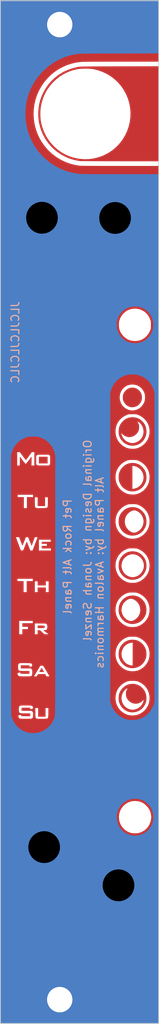
<source format=kicad_pcb>
(kicad_pcb (version 20240108) (generator "pcbnew") (generator_version "8.0")
  (layers (0 "F.Cu" signal) (31 "B.Cu" signal) (34 "B.Paste" user) (35 "F.Paste" user) (36 "B.SilkS" user "B.Silkscreen") (37 "F.SilkS" user "F.Silkscreen") (38 "B.Mask" user) (39 "F.Mask" user) (44 "Edge.Cuts" user))
  (net 0 "")
  (footprint "Panels_Graphics:PetRock_Panel_Soldermask_F" (layer "F.Cu") (at 76.2 101.55)
    (property "Reference" "G***" (hide yes))
    (property "Value" "LOGO" (hide yes))
  )
  (footprint "Panels:Panel Jack" (layer "F.Cu") (at 80.690861 64.643)
    (property "Reference" "REF**" (hide yes))
    (property "Value" "Panel Jack" (hide yes))
    (pad "" np_thru_hole circle (at 0 0) (size 4 4) (drill 6) (layers "Dwgs.User"))
  )
  (footprint "Panels:Panel Screw" (layer "F.Cu") (at 73.7 40.35)
    (property "Reference" "REF**" (hide yes))
    (property "Value" "Panel Screw" (hide yes))
    (pad "" thru_hole circle (at 0 0) (size 4 4) (drill 3.2) (layers "*.Cu" "*.Mask"))
  )
  (footprint "Panels_Graphics:PetRock_Panel_Copper_B" (layer "F.Cu") (at 76.2 101.55)
    (property "Reference" "G***" (hide yes))
    (property "Value" "LOGO" (hide yes))
    (fp_poly (pts (xy 10.005083 -60.935332) (xy 10.005083 -57.579939) (xy 4.994473 -57.569029) (xy 4.324219 -57.567601) (xy 3.715162 -57.566309) (xy 3.163951 -57.565056) (xy 2.667232 -57.563747) (xy 2.221654 -57.562285) (xy 1.823866 -57.560572) (xy 1.470516 -57.558514) (xy 1.158252 -57.556013) (xy 0.883722 -57.552973) (xy 0.643574 -57.549298) (xy 0.434457 -57.544891) (xy 0.253018 -57.539655) (xy 0.095907 -57.533495) (xy -0.040229 -57.526314) (xy -0.158742 -57.518015) (xy -0.262984 -57.508502) (xy -0.356305 -57.497679) (xy -0.442059 -57.485449) (xy -0.523596 -57.471715) (xy -0.604269 -57.456382) (xy -0.68743 -57.439353) (xy -0.776429 -57.420531) (xy -0.872675 -57.400226) (xy -1.516274 -57.233243) (xy -2.142322 -57.006388) (xy -2.74661 -56.722939) (xy -3.324933 -56.386179) (xy -3.873082 -55.999388) (xy -4.38685 -55.565846) (xy -4.862031 -55.088835) (xy -5.294417 -54.571636) (xy -5.679802 -54.01753) (xy -6.013976 -53.429796) (xy -6.046145 -53.36582) (xy -6.317828 -52.758961) (xy -6.529942 -52.149248) (xy -6.684891 -51.52711) (xy -6.785076 -50.882974) (xy -6.831957 -50.235197) (xy -6.82561 -49.538499) (xy -6.756555 -48.855219) (xy -6.624336 -48.182873) (xy -6.428493 -47.518971) (xy -6.243108 -47.033488) (xy -5.94972 -46.415258) (xy -5.603471 -45.831112) (xy -5.207862 -45.283679) (xy -4.766399 -44.775587) (xy -4.282583 -44.309463) (xy -3.759918 -43.887937) (xy -3.201908 -43.513636) (xy -2.612055 -43.189189) (xy -1.993864 -42.917223) (xy -1.350838 -42.700368) (xy -0.686479 -42.54125) (xy -0.143318 -42.45745) (xy -0.078231 -42.450715) (xy -0.001546 -42.444611) (xy 0.089917 -42.439107) (xy 0.199344 -42.434175) (xy 0.329915 -42.429784) (xy 0.484815 -42.425907) (xy 0.667226 -42.422512) (xy 0.880332 -42.419571) (xy 1.127314 -42.417055) (xy 1.411357 -42.414933) (xy 1.735643 -42.413177) (xy 2.103355 -42.411757) (xy 2.517676 -42.410644) (xy 2.981788 -42.409808) (xy 3.498876 -42.40922) (xy 4.072121 -42.408851) (xy 4.704708 -42.40867) (xy 5.13951 -42.408641) (xy 10.005083 -42.408641) (xy 10.005083 10.941042) (xy 10.005083 64.290724) (xy 0 64.290724) (xy -10.005082 64.290724) (xy -10.005082 38.39047) (xy 4.704922 38.39047) (xy 4.736639 38.770756) (xy 4.826869 39.130939) (xy 4.97141 39.466196) (xy 5.166063 39.771705) (xy 5.406626 40.042644) (xy 5.688897 40.274189) (xy 6.008677 40.461519) (xy 6.361763 40.599811) (xy 6.696951 40.677156) (xy 6.815147 40.68627) (xy 6.975772 40.685704) (xy 7.157653 40.676818) (xy 7.339623 40.660974) (xy 7.500509 40.639532) (xy 7.600635 40.619049) (xy 7.925809 40.503625) (xy 8.241923 40.333901) (xy 8.533517 40.119807) (xy 8.785129 39.871273) (xy 8.809234 39.842821) (xy 8.923705 39.682579) (xy 9.038963 39.482442) (xy 9.144123 39.264843) (xy 9.228301 39.052212) (xy 9.279058 38.874587) (xy 9.314695 38.616401) (xy 9.32394 38.331146) (xy 9.306791 38.050658) (xy 9.279058 37.874079) (xy 9.24297 37.743456) (xy 9.185687 37.582356) (xy 9.116921 37.416968) (xy 9.081609 37.34155) (xy 9.006596 37.196373) (xy 8.933907 37.077936) (xy 8.849851 36.967794) (xy 8.740736 36.847503) (xy 8.636218 36.741516) (xy 8.488368 36.599517) (xy 8.363957 36.493749) (xy 8.245156 36.410807) (xy 8.114139 36.337287) (xy 8.067709 36.314045) (xy 7.82625 36.205873) (xy 7.606699 36.133065) (xy 7.384695 36.090013) (xy 7.135877 36.071104) (xy 7.003558 36.068963) (xy 6.813401 36.071595) (xy 6.665324 36.08226) (xy 6.537077 36.103655) (xy 6.406414 36.138476) (xy 6.391157 36.143173) (xy 6.012846 36.291303) (xy 5.677601 36.486461) (xy 5.386849 36.727458) (xy 5.142014 37.013104) (xy 4.944521 37.342209) (xy 4.936932 37.357687) (xy 4.814518 37.652584) (xy 4.739788 37.944004) (xy 4.707307 38.25613) (xy 4.704922 38.39047) (xy -10.005082 38.39047) (xy -10.005082 0) (xy -10.005082 -7.05983) (xy -8.649555 -7.05983) (xy -8.649555 9.155308) (xy -8.649542 10.384457) (xy -8.6495 11.550717) (xy -8.649424 12.655749) (xy -8.649308 13.701211) (xy -8.649148 14.688764) (xy -8.648938 15.620068) (xy -8.648672 16.496784) (xy -8.648347 17.32057) (xy -8.647957 18.093087) (xy -8.647496 18.815995) (xy -8.646959 19.490954) (xy -8.646342 20.119623) (xy -8.645639 20.703664) (xy -8.644845 21.244735) (xy -8.643955 21.744497) (xy -8.642964 22.20461) (xy -8.641866 22.626734) (xy -8.640656 23.012529) (xy -8.639329 23.363654) (xy -8.637881 23.68177) (xy -8.636306 23.968536) (xy -8.634598 24.225613) (xy -8.632753 24.454661) (xy -8.630765 24.65734) (xy -8.62863 24.835309) (xy -8.626341 24.990228) (xy -8.623895 25.123759) (xy -8.621285 25.237559) (xy -8.618508 25.333291) (xy -8.615556 25.412612) (xy -8.612426 25.477185) (xy -8.609112 25.528667) (xy -8.60561 25.56872) (xy -8.601913 25.599004) (xy -8.598429 25.619213) (xy -8.48731 26.003096) (xy -8.318575 26.36782) (xy -8.098002 26.706371) (xy -7.831372 27.011734) (xy -7.524464 27.276896) (xy -7.183058 27.494841) (xy -6.967563 27.598537) (xy -6.598627 27.722877) (xy -6.204085 27.795895) (xy -5.799336 27.816124) (xy -5.399777 27.782094) (xy -5.276809 27.75977) (xy -4.878333 27.645401) (xy -4.504007 27.47423) (xy -4.159808 27.251187) (xy -3.851712 26.9812) (xy -3.585697 26.669195) (xy -3.367739 26.320102) (xy -3.265045 26.101003) (xy -3.25014 26.067216) (xy -3.235994 26.038414) (xy -3.222587 26.01292) (xy -3.2099 25.989056) (xy -3.197911 25.965145) (xy -3.186603 25.939508) (xy -3.175954 25.910469) (xy -3.165946 25.876349) (xy -3.156559 25.835471) (xy -3.147773 25.786158) (xy -3.139568 25.72673) (xy -3.131925 25.655512) (xy -3.124823 25.570825) (xy -3.118244 25.470992) (xy -3.112167 25.354334) (xy -3.106573 25.219175) (xy -3.101442 25.063836) (xy -3.096755 24.886641) (xy -3.092491 24.68591) (xy -3.088632 24.459968) (xy -3.085157 24.207135) (xy -3.082046 23.925735) (xy -3.07928 23.614089) (xy -3.07684 23.27052) (xy -3.074705 22.893351) (xy -3.072855 22.480904) (xy -3.071272 22.0315) (xy -3.069936 21.543463) (xy -3.068826 21.015115) (xy -3.067923 20.444778) (xy -3.067208 19.830774) (xy -3.06666 19.171426) (xy -3.06626 18.465057) (xy -3.065988 17.709987) (xy -3.065825 16.904541) (xy -3.065751 16.047039) (xy -3.065746 15.135806) (xy -3.06579 14.169162) (xy -3.065864 13.14543) (xy -3.065948 12.062933) (xy -3.066023 10.919993) (xy -3.066068 9.714932) (xy -3.066074 9.155308) (xy -3.066074 -7.05983) (xy -3.144573 -7.369284) (xy -3.277415 -7.765211) (xy -3.465383 -8.132048) (xy -3.703785 -8.464971) (xy -3.987933 -8.759153) (xy -4.313137 -9.009771) (xy -4.674707 -9.211999) (xy -5.067953 -9.361012) (xy -5.085429 -9.366131) (xy -5.195785 -9.395514) (xy -5.300345 -9.416101) (xy -5.414523 -9.42937) (xy -5.553731 -9.436801) (xy -5.733383 -9.439873) (xy -5.857814 -9.44024) (xy -6.066947 -9.438968) (xy -6.226977 -9.434168) (xy -6.353317 -9.424361) (xy -6.461382 -9.408066) (xy -6.566585 -9.383807) (xy -6.6302 -9.366131) (xy -7.024698 -9.219505) (xy -7.387721 -9.019457) (xy -7.714578 -8.770812) (xy -8.00058 -8.478396) (xy -8.241037 -8.147034) (xy -8.431261 -7.78155) (xy -8.56656 -7.38677) (xy -8.571056 -7.369284) (xy -8.649555 -7.05983) (xy -10.005082 -7.05983) (xy -10.005082 -14.959212) (xy 3.889073 -14.959212) (xy 3.889073 4.453875) (xy 3.889073 23.866963) (xy 3.978122 24.150868) (xy 4.13851 24.562704) (xy 4.347278 24.934385) (xy 4.60139 25.263162) (xy 4.897809 25.546284) (xy 5.233497 25.780999) (xy 5.605419 25.964557) (xy 6.010536 26.094209) (xy 6.15908 26.126242) (xy 6.383368 26.153888) (xy 6.644275 26.162313) (xy 6.917079 26.152391) (xy 7.177059 26.124999) (xy 7.393866 26.082496) (xy 7.80061 25.944461) (xy 8.171643 25.75353) (xy 8.504394 25.512199) (xy 8.796292 25.222963) (xy 9.044767 24.888319) (xy 9.247247 24.510761) (xy 9.383505 24.150868) (xy 9.472554 23.866963) (xy 9.472554 4.453875) (xy 9.472554 -14.959212) (xy 9.381898 -15.249683) (xy 9.221963 -15.66073) (xy 9.012411 -16.031672) (xy 8.755735 -16.360088) (xy 8.454432 -16.64356) (xy 8.110995 -16.879667) (xy 7.727919 -17.06599) (xy 7.393866 -17.177779) (xy 7.191264 -17.217663) (xy 6.946937 -17.241615) (xy 6.681714 -17.249634) (xy 6.416421 -17.241722) (xy 6.171885 -17.217876) (xy 5.968934 -17.178099) (xy 5.967761 -17.177779) (xy 5.554709 -17.033114) (xy 5.179295 -16.836725) (xy 4.844015 -16.591033) (xy 4.551364 -16.298456) (xy 4.303835 -15.961415) (xy 4.103924 -15.582327) (xy 3.979728 -15.249683) (xy 3.889073 -14.959212) (xy -10.005082 -14.959212) (xy -10.005082 -23.594182) (xy 4.694018 -23.594182) (xy 4.696716 -23.310563) (xy 4.727264 -23.041408) (xy 4.772167 -22.851455) (xy 4.919627 -22.477408) (xy 5.114944 -22.143308) (xy 5.354852 -21.852345) (xy 5.636089 -21.607709) (xy 5.955391 -21.412591) (xy 6.309496 -21.270179) (xy 6.422618 -21.238058) (xy 6.698026 -21.189302) (xy 7.001314 -21.173202) (xy 7.304665 -21.189789) (xy 7.571267 -21.236783) (xy 7.936531 -21.361401) (xy 8.268509 -21.539854) (xy 8.56362 -21.768668) (xy 8.818283 -22.04437) (xy 9.028915 -22.363488) (xy 9.191937 -22.722547) (xy 9.235019 -22.850318) (xy 9.288083 -23.091814) (xy 9.313132 -23.367173) (xy 9.310165 -23.652104) (xy 9.279183 -23.922319) (xy 9.235019 -24.109022) (xy 9.089204 -24.479092) (xy 8.895482 -24.810015) (xy 8.658277 -25.098465) (xy 8.382016 -25.341113) (xy 8.071121 -25.534631) (xy 7.730018 -25.675692) (xy 7.363132 -25.760968) (xy 7.003558 -25.787294) (xy 6.614263 -25.756961) (xy 6.248039 -25.66799) (xy 5.908929 -25.523424) (xy 5.600976 -25.326306) (xy 5.328223 -25.079679) (xy 5.094713 -24.786586) (xy 4.904489 -24.450069) (xy 4.772167 -24.107884) (xy 4.719168 -23.868033) (xy 4.694018 -23.594182) (xy -10.005082 -23.594182) (xy -10.005082 -64.290724) (xy 0 -64.290724) (xy 10.005083 -64.290724)) (fill solid) (layer "B.Cu"))
  )
  (footprint "Panels:Panel Jack" (layer "F.Cu") (at 71.453769 64.6176)
    (property "Reference" "REF**" (hide yes))
    (property "Value" "Panel Jack" (hide yes))
    (pad "" np_thru_hole circle (at 0 0) (size 4 4) (drill 6) (layers "Dwgs.User"))
  )
  (footprint "Panels_Graphics:PetRock_Panel_Copper_F" (layer "F.Cu") (at 76.2 101.55)
    (property "Reference" "G***" (hide yes))
    (property "Value" "LOGO" (hide yes))
    (fp_poly (pts (xy -4.034307 -6.487167) (xy -4.034307 -6.067599) (xy -4.582973 -6.067599) (xy -5.131639 -6.067599) (xy -5.131639 -6.487167) (xy -5.131639 -6.906735) (xy -4.582973 -6.906735) (xy -4.034307 -6.906735)) (fill solid) (layer "F.Cu"))
    (fp_poly (pts (xy -4.754147 19.663189) (xy -4.704478 19.736131) (xy -4.634258 19.861755) (xy -4.601361 19.92141) (xy -4.480594 20.139263) (xy -4.787229 20.139263) (xy -5.093864 20.139263) (xy -4.945009 19.866844) (xy -4.878695 19.744756) (xy -4.83137 19.669071) (xy -4.793149 19.641359)) (fill solid) (layer "F.Cu"))
    (fp_poly (pts (xy -4.691516 14.299344) (xy -4.55827 14.306671) (xy -4.470795 14.322649) (xy -4.419726 14.350357) (xy -4.3957 14.392877) (xy -4.389351 14.453288) (xy -4.389326 14.458958) (xy -4.394671 14.520926) (xy -4.416947 14.564757) (xy -4.465519 14.593531) (xy -4.549753 14.61033) (xy -4.679013 14.618233) (xy -4.862663 14.620322) (xy -4.879898 14.62033) (xy -5.293011 14.62033) (xy -5.293011 14.458958) (xy -5.293011 14.297586) (xy -4.879898 14.297586)) (fill solid) (layer "F.Cu"))
    (fp_poly (pts (xy 6.872164 -15.585058) (xy 7.131007 -15.513526) (xy 7.214845 -15.476282) (xy 7.38217 -15.368511) (xy 7.546677 -15.217488) (xy 7.690494 -15.042728) (xy 7.795748 -14.863747) (xy 7.812964 -14.823162) (xy 7.866891 -14.621685) (xy 7.889111 -14.393205) (xy 7.879001 -14.164663) (xy 7.835938 -13.962999) (xy 7.833029 -13.954451) (xy 7.734331 -13.744483) (xy 7.593878 -13.544147) (xy 7.43056 -13.380134) (xy 7.421301 -13.372706) (xy 7.218455 -13.247759) (xy 6.984991 -13.162484) (xy 6.740001 -13.121127) (xy 6.502579 -13.127934) (xy 6.40648 -13.147008) (xy 6.13655 -13.248282) (xy 5.905 -13.401185) (xy 5.714025 -13.603895) (xy 5.572973 -13.839266) (xy 5.523549 -13.949961) (xy 5.493114 -14.042299) (xy 5.477162 -14.13927) (xy 5.471189 -14.26386) (xy 5.470521 -14.362135) (xy 5.472707 -14.515064) (xy 5.482188 -14.626296) (xy 5.503354 -14.718617) (xy 5.540593 -14.814813) (xy 5.569985 -14.878619) (xy 5.715293 -15.116345) (xy 5.900452 -15.310132) (xy 6.117089 -15.456938) (xy 6.356834 -15.553722) (xy 6.611316 -15.597443)) (fill solid) (layer "F.Cu"))
    (fp_poly (pts (xy 7.027302 -6.105955) (xy 7.327004 -6.025411) (xy 7.603131 -5.887566) (xy 7.862759 -5.689469) (xy 7.944218 -5.612169) (xy 8.159947 -5.355157) (xy 8.317238 -5.071169) (xy 8.416406 -4.759429) (xy 8.457764 -4.419158) (xy 8.459136 -4.340915) (xy 8.448514 -4.101676) (xy 8.412201 -3.893263) (xy 8.343527 -3.686248) (xy 8.276269 -3.534054) (xy 8.107927 -3.251617) (xy 7.894432 -3.011485) (xy 7.642236 -2.817193) (xy 7.357792 -2.672273) (xy 7.047554 -2.580259) (xy 6.717976 -2.544685) (xy 6.487167 -2.554427) (xy 6.180295 -2.61738) (xy 5.889059 -2.738306) (xy 5.622139 -2.911005) (xy 5.388218 -3.129276) (xy 5.195977 -3.386919) (xy 5.115531 -3.534054) (xy 5.023386 -3.749581) (xy 4.966825 -3.952036) (xy 4.93964 -4.169196) (xy 4.93548 -4.317459) (xy 6.680813 -4.317459) (xy 6.680813 -2.868472) (xy 6.834117 -2.890355) (xy 6.959965 -2.91511) (xy 7.099758 -2.952211) (xy 7.15421 -2.969644) (xy 7.406649 -3.089332) (xy 7.627855 -3.258995) (xy 7.812405 -3.469441) (xy 7.954874 -3.711479) (xy 8.049838 -3.975918) (xy 8.091872 -4.253568) (xy 8.076137 -4.531739) (xy 7.998108 -4.822853) (xy 7.868689 -5.085557) (xy 7.694154 -5.313507) (xy 7.480778 -5.500359) (xy 7.234835 -5.639768) (xy 6.962601 -5.725389) (xy 6.882287 -5.738892) (xy 6.680813 -5.766445) (xy 6.680813 -4.317459) (xy 4.93548 -4.317459) (xy 4.934765 -4.342943) (xy 4.963713 -4.689117) (xy 5.050683 -5.007091) (xy 5.195868 -5.297337) (xy 5.39946 -5.560328) (xy 5.449683 -5.612169) (xy 5.705496 -5.830345) (xy 5.975524 -5.987318) (xy 6.266842 -6.086037) (xy 6.586526 -6.129453) (xy 6.696951 -6.132148)) (fill solid) (layer "F.Cu"))
    (fp_poly (pts (xy 7.027302 16.098873) (xy 7.327004 16.179418) (xy 7.603131 16.317263) (xy 7.862759 16.515359) (xy 7.944218 16.59266) (xy 8.160106 16.849984) (xy 8.317548 17.134464) (xy 8.416735 17.446572) (xy 8.457859 17.786782) (xy 8.459136 17.861886) (xy 8.448668 18.10553) (xy 8.413125 18.315221) (xy 8.346301 18.518734) (xy 8.278371 18.670775) (xy 8.106051 18.955973) (xy 7.889423 19.197607) (xy 7.63471 19.392272) (xy 7.348137 19.536563) (xy 7.03593 19.627075) (xy 6.704314 19.660405) (xy 6.487167 19.650402) (xy 6.180782 19.587533) (xy 5.889849 19.466879) (xy 5.623372 19.294882) (xy 5.390357 19.077985) (xy 5.199811 18.822628) (xy 5.117632 18.670775) (xy 5.023608 18.448285) (xy 4.966403 18.244067) (xy 4.939347 18.028695) (xy 4.936954 17.942623) (xy 5.300661 17.942623) (xy 5.34307 18.217029) (xy 5.437492 18.482056) (xy 5.578274 18.726726) (xy 5.759767 18.940063) (xy 5.976319 19.111093) (xy 6.090637 19.17473) (xy 6.220753 19.227441) (xy 6.377635 19.27605) (xy 6.532782 19.312754) (xy 6.656607 19.329696) (xy 6.670025 19.327144) (xy 6.681138 19.314406) (xy 6.690164 19.28597) (xy 6.697318 19.23632) (xy 6.702815 19.159942) (xy 6.706871 19.051322) (xy 6.709702 18.904943) (xy 6.711523 18.715293) (xy 6.712551 18.476856) (xy 6.713 18.184118) (xy 6.713088 17.885392) (xy 6.713088 16.438383) (xy 6.511614 16.465936) (xy 6.233773 16.535263) (xy 5.979927 16.660265) (xy 5.756455 16.834523) (xy 5.569734 17.051615) (xy 5.426143 17.305119) (xy 5.33206 17.588614) (xy 5.315913 17.669813) (xy 5.300661 17.942623) (xy 4.936954 17.942623) (xy 4.934765 17.863913) (xy 4.96353 17.517305) (xy 5.050036 17.199395) (xy 5.194598 16.909408) (xy 5.397528 16.646567) (xy 5.449683 16.59266) (xy 5.705496 16.374484) (xy 5.975524 16.217511) (xy 6.266842 16.118791) (xy 6.586526 16.075376) (xy 6.696951 16.072681)) (fill solid) (layer "F.Cu"))
    (fp_poly (pts (xy 7.027302 -0.554748) (xy 7.327004 -0.474204) (xy 7.603131 -0.336358) (xy 7.862759 -0.138262) (xy 7.944218 -0.060962) (xy 8.159947 0.19605) (xy 8.317238 0.480038) (xy 8.416406 0.791778) (xy 8.457764 1.132049) (xy 8.459136 1.210292) (xy 8.448514 1.449531) (xy 8.412201 1.657944) (xy 8.343527 1.864959) (xy 8.276269 2.017154) (xy 8.107927 2.299591) (xy 7.894432 2.539722) (xy 7.642236 2.734014) (xy 7.357792 2.878934) (xy 7.047554 2.970948) (xy 6.717976 3.006522) (xy 6.487167 2.99678) (xy 6.180295 2.933827) (xy 5.889059 2.812901) (xy 5.622139 2.640202) (xy 5.388218 2.421931) (xy 5.195977 2.164288) (xy 5.115531 2.017154) (xy 5.023386 1.801626) (xy 4.966825 1.599171) (xy 4.93964 1.382011) (xy 4.937019 1.288584) (xy 5.719755 1.288584) (xy 5.754884 1.55549) (xy 5.840142 1.813806) (xy 5.976075 2.055881) (xy 6.163229 2.274064) (xy 6.35324 2.428365) (xy 6.564071 2.552406) (xy 6.759094 2.619188) (xy 6.949681 2.629999) (xy 7.147203 2.586126) (xy 7.276194 2.532949) (xy 7.518044 2.384472) (xy 7.724445 2.189608) (xy 7.890143 1.958297) (xy 8.009883 1.700481) (xy 8.078412 1.426101) (xy 8.090475 1.145098) (xy 8.076137 1.019468) (xy 7.997244 0.725844) (xy 7.865324 0.459353) (xy 7.686093 0.227752) (xy 7.465266 0.038798) (xy 7.271897 -0.072092) (xy 7.083467 -0.1459) (xy 6.918918 -0.173108) (xy 6.757257 -0.153508) (xy 6.577489 -0.086893) (xy 6.531117 -0.064773) (xy 6.276937 0.092997) (xy 6.069609 0.288085) (xy 5.909682 0.512839) (xy 5.7977 0.759607) (xy 5.734209 1.020739) (xy 5.719755 1.288584) (xy 4.937019 1.288584) (xy 4.934765 1.208264) (xy 4.963713 0.86209) (xy 5.050683 0.544116) (xy 5.195868 0.25387) (xy 5.39946 -0.009121) (xy 5.449683 -0.060962) (xy 5.705496 -0.279138) (xy 5.975524 -0.436111) (xy 6.266842 -0.53483) (xy 6.586526 -0.578246) (xy 6.696951 -0.580941)) (fill solid) (layer "F.Cu"))
    (fp_poly (pts (xy 7.027302 4.996459) (xy 7.327004 5.077003) (xy 7.603131 5.214849) (xy 7.862759 5.412945) (xy 7.944218 5.490245) (xy 8.160106 5.747569) (xy 8.317548 6.03205) (xy 8.416735 6.344158) (xy 8.457859 6.684367) (xy 8.459136 6.759472) (xy 8.448668 7.003116) (xy 8.413125 7.212806) (xy 8.346301 7.41632) (xy 8.278371 7.568361) (xy 8.106051 7.853559) (xy 7.889423 8.095193) (xy 7.63471 8.289858) (xy 7.348137 8.434149) (xy 7.03593 8.524661) (xy 6.704314 8.557991) (xy 6.487167 8.547988) (xy 6.180782 8.485118) (xy 5.889849 8.364465) (xy 5.623372 8.192468) (xy 5.390357 7.97557) (xy 5.199811 7.720214) (xy 5.117632 7.568361) (xy 5.023608 7.34587) (xy 4.966403 7.141653) (xy 4.939347 6.92628) (xy 4.935893 6.80205) (xy 5.299856 6.80205) (xy 5.319424 7.00828) (xy 5.399679 7.297998) (xy 5.532863 7.560011) (xy 5.712606 7.787516) (xy 5.932535 7.973714) (xy 6.186281 8.111802) (xy 6.422618 8.186016) (xy 6.573766 8.21491) (xy 6.69484 8.22516) (xy 6.817408 8.217279) (xy 6.957287 8.194702) (xy 7.236368 8.112227) (xy 7.486851 7.977395) (xy 7.703703 7.79786) (xy 7.881892 7.581276) (xy 8.016383 7.335298) (xy 8.102144 7.06758) (xy 8.134142 6.785776) (xy 8.107344 6.49754) (xy 8.098936 6.458499) (xy 8.004846 6.187455) (xy 7.857556 5.940558) (xy 7.665576 5.725835) (xy 7.437417 5.551316) (xy 7.18159 5.425028) (xy 6.933378 5.359025) (xy 6.649651 5.343748) (xy 6.377504 5.386655) (xy 6.122926 5.481628) (xy 5.891908 5.622544) (xy 5.690439 5.803283) (xy 5.524509 6.017724) (xy 5.400109 6.259746) (xy 5.323228 6.523228) (xy 5.299856 6.80205) (xy 4.935893 6.80205) (xy 4.934765 6.761499) (xy 4.96353 6.41489) (xy 5.050036 6.096981) (xy 5.194598 5.806993) (xy 5.397528 5.544152) (xy 5.449683 5.490245) (xy 5.705496 5.272069) (xy 5.975524 5.115097) (xy 6.266842 5.016377) (xy 6.586526 4.972961) (xy 6.696951 4.970267)) (fill solid) (layer "F.Cu"))
    (fp_poly (pts (xy 7.027302 10.547666) (xy 7.327004 10.62821) (xy 7.603131 10.766056) (xy 7.862759 10.964152) (xy 7.944218 11.041453) (xy 8.160106 11.298777) (xy 8.317548 11.583257) (xy 8.416735 11.895365) (xy 8.457859 12.235575) (xy 8.459136 12.310679) (xy 8.448668 12.554323) (xy 8.413125 12.764013) (xy 8.346301 12.967527) (xy 8.278371 13.119568) (xy 8.106051 13.404766) (xy 7.889423 13.6464) (xy 7.63471 13.841065) (xy 7.348137 13.985356) (xy 7.03593 14.075868) (xy 6.704314 14.109198) (xy 6.487167 14.099195) (xy 6.180782 14.036326) (xy 5.889849 13.915672) (xy 5.623372 13.743675) (xy 5.390357 13.526778) (xy 5.199811 13.271421) (xy 5.117632 13.119568) (xy 5.023608 12.897078) (xy 4.966403 12.69286) (xy 4.939347 12.477488) (xy 4.937939 12.426856) (xy 5.303248 12.426856) (xy 5.318807 12.555891) (xy 5.399599 12.848341) (xy 5.533847 13.113533) (xy 5.715549 13.34409) (xy 5.938709 13.532632) (xy 6.197325 13.671784) (xy 6.239584 13.68823) (xy 6.424886 13.733493) (xy 6.606545 13.725907) (xy 6.800427 13.664174) (xy 6.857845 13.637607) (xy 7.05801 13.513756) (xy 7.251184 13.347954) (xy 7.414871 13.160909) (xy 7.47824 13.066538) (xy 7.602054 12.800726) (xy 7.666761 12.523765) (xy 7.674841 12.243831) (xy 7.628775 11.969101) (xy 7.531044 11.707753) (xy 7.384127 11.467965) (xy 7.190506 11.257912) (xy 6.952661 11.085772) (xy 6.862784 11.037641) (xy 6.67584 10.960124) (xy 6.511858 10.92967) (xy 6.349843 10.946072) (xy 6.168801 11.009123) (xy 6.122004 11.030323) (xy 5.875576 11.179682) (xy 5.66655 11.374909) (xy 5.499864 11.606622) (xy 5.380459 11.865438) (xy 5.313274 12.141977) (xy 5.303248 12.426856) (xy 4.937939 12.426856) (xy 4.934765 12.312706) (xy 4.96353 11.966097) (xy 5.050036 11.648188) (xy 5.194598 11.358201) (xy 5.397528 11.09536) (xy 5.449683 11.041453) (xy 5.705496 10.823277) (xy 5.975524 10.666304) (xy 6.266842 10.567584) (xy 6.586526 10.524169) (xy 6.696951 10.521474)) (fill solid) (layer "F.Cu"))
    (fp_poly (pts (xy 7.027302 -11.850809) (xy 7.327004 -11.770265) (xy 7.603131 -11.632419) (xy 7.862759 -11.434323) (xy 7.944218 -11.357023) (xy 8.159947 -11.100011) (xy 8.317238 -10.816023) (xy 8.416406 -10.504282) (xy 8.457764 -10.164012) (xy 8.459136 -10.085769) (xy 8.448514 -9.84653) (xy 8.412201 -9.638117) (xy 8.343527 -9.431102) (xy 8.276269 -9.278907) (xy 8.107927 -8.99647) (xy 7.894432 -8.756339) (xy 7.642236 -8.562047) (xy 7.357792 -8.417127) (xy 7.047554 -8.325113) (xy 6.717976 -8.289539) (xy 6.487167 -8.299281) (xy 6.180295 -8.362234) (xy 5.889059 -8.48316) (xy 5.622139 -8.655859) (xy 5.388218 -8.87413) (xy 5.195977 -9.131773) (xy 5.115531 -9.278907) (xy 5.023386 -9.494435) (xy 4.966825 -9.69689) (xy 4.943558 -9.882749) (xy 5.262949 -9.882749) (xy 5.32132 -9.672243) (xy 5.429567 -9.398535) (xy 5.590293 -9.15532) (xy 5.795843 -8.949838) (xy 6.03856 -8.789329) (xy 6.31079 -8.681033) (xy 6.390343 -8.661252) (xy 6.541491 -8.632358) (xy 6.662566 -8.622108) (xy 6.785133 -8.629989) (xy 6.925013 -8.652566) (xy 7.205742 -8.735867) (xy 7.45955 -8.873648) (xy 7.679839 -9.059125) (xy 7.860009 -9.28551) (xy 7.993462 -9.546019) (xy 8.07357 -9.833696) (xy 8.090525 -10.115076) (xy 8.050077 -10.401657) (xy 7.956065 -10.67825) (xy 7.812331 -10.929665) (xy 7.788214 -10.962311) (xy 7.722912 -11.036493) (xy 7.635154 -11.121678) (xy 7.539497 -11.2055) (xy 7.450498 -11.275591) (xy 7.382713 -11.319585) (xy 7.357374 -11.328336) (xy 7.356605 -11.301777) (xy 7.379728 -11.231501) (xy 7.421934 -11.131605) (xy 7.431693 -11.110483) (xy 7.483998 -10.990699) (xy 7.514499 -10.891241) (xy 7.528635 -10.785341) (xy 7.531847 -10.64623) (xy 7.531704 -10.618298) (xy 7.512798 -10.366006) (xy 7.455509 -10.15219) (xy 7.352951 -9.958981) (xy 7.208268 -9.779276) (xy 6.994263 -9.591698) (xy 6.757358 -9.461215) (xy 6.505104 -9.388005) (xy 6.24505 -9.372248) (xy 5.984747 -9.414121) (xy 5.731745 -9.513805) (xy 5.493594 -9.671479) (xy 5.41893 -9.736847) (xy 5.262949 -9.882749) (xy 4.943558 -9.882749) (xy 4.93964 -9.91405) (xy 4.934765 -10.087797) (xy 4.963713 -10.433971) (xy 5.050683 -10.751945) (xy 5.195868 -11.042191) (xy 5.39946 -11.305182) (xy 5.449683 -11.357023) (xy 5.705496 -11.575199) (xy 5.975524 -11.732172) (xy 6.266842 -11.830891) (xy 6.586526 -11.874307) (xy 6.696951 -11.877002)) (fill solid) (layer "F.Cu"))
    (fp_poly (pts (xy 7.027302 21.650081) (xy 7.327004 21.730625) (xy 7.603131 21.86847) (xy 7.862759 22.066566) (xy 7.944218 22.143867) (xy 8.160106 22.401191) (xy 8.317548 22.685671) (xy 8.416735 22.99778) (xy 8.457859 23.337989) (xy 8.459136 23.413093) (xy 8.448668 23.656737) (xy 8.413125 23.866428) (xy 8.346301 24.069941) (xy 8.278371 24.221982) (xy 8.106051 24.507181) (xy 7.889423 24.748814) (xy 7.63471 24.943479) (xy 7.348137 25.08777) (xy 7.03593 25.178283) (xy 6.704314 25.211613) (xy 6.487167 25.201609) (xy 6.180782 25.13874) (xy 5.889849 25.018086) (xy 5.623372 24.846089) (xy 5.390357 24.629192) (xy 5.199811 24.373835) (xy 5.117632 24.221982) (xy 5.023608 23.999492) (xy 4.966403 23.795274) (xy 4.939347 23.579902) (xy 4.934765 23.41512) (xy 4.940203 23.349599) (xy 5.30406 23.349599) (xy 5.31491 23.633611) (xy 5.319424 23.661901) (xy 5.399679 23.951619) (xy 5.532863 24.213632) (xy 5.712606 24.441137) (xy 5.932535 24.627335) (xy 6.186281 24.765423) (xy 6.422618 24.839637) (xy 6.573766 24.868531) (xy 6.69484 24.878782) (xy 6.817408 24.8709) (xy 6.957287 24.848324) (xy 7.239872 24.764622) (xy 7.49625 24.626178) (xy 7.718813 24.439949) (xy 7.899955 24.21289) (xy 8.032067 23.951956) (xy 8.072581 23.828646) (xy 8.130952 23.61814) (xy 7.974972 23.764042) (xy 7.743438 23.941055) (xy 7.494541 24.060019) (xy 7.235829 24.121113) (xy 6.974854 24.124516) (xy 6.719165 24.070407) (xy 6.476314 23.958966) (xy 6.253849 23.79037) (xy 6.185633 23.721614) (xy 6.03398 23.53146) (xy 5.934105 23.337579) (xy 5.879119 23.122102) (xy 5.862197 22.882592) (xy 5.864131 22.735449) (xy 5.876095 22.625923) (xy 5.903528 22.527245) (xy 5.95187 22.412647) (xy 5.962208 22.390406) (xy 6.00749 22.286484) (xy 6.034601 22.209508) (xy 6.038731 22.173577) (xy 6.036527 22.172554) (xy 5.989693 22.193638) (xy 5.912431 22.248648) (xy 5.819297 22.325215) (xy 5.724849 22.410974) (xy 5.643642 22.493557) (xy 5.605687 22.538578) (xy 5.453017 22.78808) (xy 5.351285 23.063088) (xy 5.30406 23.349599) (xy 4.940203 23.349599) (xy 4.96353 23.068512) (xy 5.050036 22.750602) (xy 5.194598 22.460615) (xy 5.397528 22.197774) (xy 5.449683 22.143867) (xy 5.705496 21.925691) (xy 5.975524 21.768718) (xy 6.266842 21.669998) (xy 6.586526 21.626583) (xy 6.696951 21.623888)) (fill solid) (layer "F.Cu"))
    (fp_poly (pts (xy 10.005083 -49.994304) (xy 10.005083 -44.022364) (xy 5.123571 -44.026456) (xy 4.563678 -44.027101) (xy 4.019201 -44.028071) (xy 3.493855 -44.029344) (xy 2.991358 -44.030896) (xy 2.515424 -44.032705) (xy 2.069771 -44.034749) (xy 1.658114 -44.037004) (xy 1.28417 -44.039449) (xy 0.951654 -44.042059) (xy 0.664283 -44.044814) (xy 0.425774 -44.04769) (xy 0.239842 -44.050664) (xy 0.110203 -44.053713) (xy 0.040574 -44.056816) (xy 0.033642 -44.057508) (xy -0.584821 -44.169172) (xy -1.181501 -44.340526) (xy -1.753095 -44.569917) (xy -2.296299 -44.855691) (xy -2.80781 -45.196194) (xy -3.284325 -45.589773) (xy -3.555243 -45.854009) (xy -3.959487 -46.319071) (xy -4.309969 -46.817286) (xy -4.605471 -47.344315) (xy -4.844774 -47.89582) (xy -5.02666 -48.467462) (xy -5.149913 -49.054902) (xy -5.213313 -49.653801) (xy -5.214334 -49.919356) (xy -4.948682 -49.919356) (xy -4.937099 -49.559494) (xy -4.908085 -49.224061) (xy -4.877787 -49.017492) (xy -4.741634 -48.433981) (xy -4.546653 -47.870863) (xy -4.295962 -47.332715) (xy -3.992681 -46.824117) (xy -3.639927 -46.349647) (xy -3.240819 -45.913884) (xy -2.798475 -45.521407) (xy -2.316013 -45.176795) (xy -2.222393 -45.118522) (xy -1.700693 -44.837386) (xy -1.153962 -44.612091) (xy -0.588814 -44.44414) (xy -0.011859 -44.335033) (xy 0.57029 -44.286274) (xy 1.151021 -44.299362) (xy 1.316456 -44.314748) (xy 1.921981 -44.411969) (xy 2.50495 -44.567965) (xy 3.062002 -44.780723) (xy 3.589777 -45.048233) (xy 4.084916 -45.368481) (xy 4.544059 -45.739457) (xy 4.963845 -46.15915) (xy 5.340915 -46.625546) (xy 5.459226 -46.79505) (xy 5.770795 -47.314853) (xy 6.023497 -47.856232) (xy 6.21702 -48.414742) (xy 6.351054 -48.985936) (xy 6.425287 -49.565369) (xy 6.439409 -50.148593) (xy 6.393109 -50.731164) (xy 6.286077 -51.308634) (xy 6.118001 -51.876558) (xy 5.888571 -52.43049) (xy 5.857591 -52.494409) (xy 5.56097 -53.025902) (xy 5.215977 -53.515804) (xy 4.82518 -53.96217) (xy 4.391144 -54.363058) (xy 3.916435 -54.716524) (xy 3.40362 -55.020623) (xy 2.855265 -55.273414) (xy 2.273937 -55.472951) (xy 1.758958 -55.598602) (xy 1.583816 -55.624436) (xy 1.359465 -55.643445) (xy 1.100883 -55.65563) (xy 0.823048 -55.66099) (xy 0.540939 -55.659525) (xy 0.269532 -55.651236) (xy 0.023806 -55.636123) (xy -0.18126 -55.614185) (xy -0.274333 -55.598602) (xy -0.884251 -55.446229) (xy -1.45702 -55.24136) (xy -1.994137 -54.983203) (xy -2.497101 -54.670963) (xy -2.967409 -54.303848) (xy -3.292736 -53.998969) (xy -3.700042 -53.54709) (xy -4.048472 -53.071665) (xy -4.339865 -52.569132) (xy -4.576065 -52.035926) (xy -4.758911 -51.468483) (xy -4.878745 -50.929098) (xy -4.919516 -50.6258) (xy -4.942825 -50.282006) (xy -4.948682 -49.919356) (xy -5.214334 -49.919356) (xy -5.215643 -50.259821) (xy -5.155686 -50.868622) (xy -5.078804 -51.281579) (xy -4.998434 -51.606731) (xy -4.90555 -51.906381) (xy -4.79189 -52.203693) (xy -4.649191 -52.521834) (xy -4.600116 -52.623507) (xy -4.301384 -53.162438) (xy -3.953363 -53.661144) (xy -3.558838 -54.117539) (xy -3.120596 -54.529538) (xy -2.641423 -54.895056) (xy -2.124105 -55.212008) (xy -1.571429 -55.478308) (xy -0.98618 -55.691871) (xy -0.371145 -55.850612) (xy -0.258196 -55.873069) (xy -0.208018 -55.882485) (xy -0.159202 -55.891032) (xy -0.108511 -55.898758) (xy -0.052706 -55.905713) (xy 0.011451 -55.911948) (xy 0.087196 -55.917512) (xy 0.177768 -55.922455) (xy 0.286403 -55.926827) (xy 0.41634 -55.930677) (xy 0.570817 -55.934056) (xy 0.753071 -55.937014) (xy 0.966339 -55.939599) (xy 1.21386 -55.941863) (xy 1.49887 -55.943854) (xy 1.824608 -55.945623) (xy 2.194311 -55.947219) (xy 2.611217 -55.948693) (xy 3.078564 -55.950094) (xy 3.599588 -55.951472) (xy 4.177528 -55.952877) (xy 4.815622 -55.954359) (xy 5.059022 -55.954917) (xy 10.005083 -55.966244)) (fill solid) (layer "F.Cu"))
    (fp_poly (pts (xy 10.005083 -60.417789) (xy 10.005083 -56.544854) (xy 5.30108 -56.544521) (xy 4.601655 -56.544231) (xy 3.946719 -56.543469) (xy 3.338041 -56.542248) (xy 2.77739 -56.540579) (xy 2.266537 -56.538475) (xy 1.807249 -56.535946) (xy 1.401297 -56.533004) (xy 1.05045 -56.529662) (xy 0.756476 -56.525931) (xy 0.521145 -56.521822) (xy 0.346227 -56.517347) (xy 0.23349 -56.512519) (xy 0.209784 -56.510811) (xy -0.422385 -56.4278) (xy -1.026368 -56.28914) (xy -1.610192 -56.092617) (xy -2.113977 -55.869897) (xy -2.569138 -55.628788) (xy -2.976277 -55.374559) (xy -3.35191 -55.095273) (xy -3.712554 -54.778995) (xy -3.955275 -54.539159) (xy -4.384125 -54.052187) (xy -4.758546 -53.532868) (xy -5.077525 -52.985091) (xy -5.340052 -52.412744) (xy -5.545117 -51.819715) (xy -5.691707 -51.209892) (xy -5.778812 -50.587165) (xy -5.80542 -49.955421) (xy -5.770522 -49.318549) (xy -5.673104 -48.680437) (xy -5.581063 -48.286633) (xy -5.385334 -47.673513) (xy -5.130939 -47.086581) (xy -4.819088 -46.527915) (xy -4.450992 -45.99959) (xy -4.027861 -45.503685) (xy -3.85721 -45.32845) (xy -3.38042 -44.900771) (xy -2.864865 -44.523028) (xy -2.315326 -44.197508) (xy -1.736584 -43.926499) (xy -1.133421 -43.712289) (xy -0.510616 -43.557164) (xy 0.016137 -43.475113) (xy 0.093155 -43.470162) (xy 0.233472 -43.465579) (xy 0.435839 -43.461372) (xy 0.699009 -43.457548) (xy 1.021732 -43.454116) (xy 1.402761 -43.451084) (xy 1.840845 -43.44846) (xy 2.334738 -43.446252) (xy 2.88319 -43.444469) (xy 3.484953 -43.443118) (xy 4.138777 -43.442208) (xy 4.843415 -43.441746) (xy 5.155845 -43.441688) (xy 10.005083 -43.441423) (xy 10.005083 10.42465) (xy 10.005083 64.290724) (xy 0 64.290724) (xy -10.005082 64.290724) (xy -10.005082 38.357367) (xy 4.973396 38.357367) (xy 4.997903 38.69482) (xy 5.081006 39.03187) (xy 5.176323 39.26571) (xy 5.350711 39.558702) (xy 5.574187 39.820328) (xy 5.837301 40.042861) (xy 6.130603 40.218569) (xy 6.444642 40.339725) (xy 6.510815 40.357145) (xy 6.686814 40.386434) (xy 6.897939 40.401419) (xy 7.119923 40.402058) (xy 7.3285 40.388315) (xy 7.499403 40.360151) (xy 7.5051 40.358727) (xy 7.845242 40.240271) (xy 8.152835 40.068691) (xy 8.423319 39.849027) (xy 8.652136 39.58632) (xy 8.834726 39.285611) (xy 8.966529 38.951939) (xy 9.031218 38.671594) (xy 9.054492 38.516993) (xy 9.064868 38.398539) (xy 9.062272 38.289116) (xy 9.046626 38.161609) (xy 9.02948 38.056532) (xy 8.949848 37.728305) (xy 8.825757 37.436792) (xy 8.650284 37.168779) (xy 8.442909 36.93694) (xy 8.227854 36.742738) (xy 8.017191 36.59663) (xy 7.791138 36.486859) (xy 7.552643 36.407876) (xy 7.318449 36.362059) (xy 7.057445 36.342286) (xy 6.796746 36.349039) (xy 6.563471 36.3828) (xy 6.53429 36.389774) (xy 6.195782 36.506487) (xy 5.892369 36.672568) (xy 5.626988 36.881794) (xy 5.402578 37.127945) (xy 5.222077 37.404799) (xy 5.08842 37.706135) (xy 5.004548 38.025731) (xy 4.973396 38.357367) (xy -10.005082 38.357367) (xy -10.005082 25.650412) (xy -7.735195 25.650412) (xy -7.731877 25.668242) (xy -7.710578 25.770645) (xy -7.687729 25.850272) (xy -7.655549 25.910004) (xy -7.606255 25.95272) (xy -7.532068 25.981301) (xy -7.425206 25.998626) (xy -7.277888 26.007577) (xy -7.082333 26.011033) (xy -6.83076 26.011873) (xy -6.803361 26.011922) (xy -6.537837 26.01063) (xy -6.322482 26.005803) (xy -6.161231 25.997614) (xy -6.058016 25.986239) (xy -6.024264 25.977381) (xy -5.958204 25.932055) (xy -5.913537 25.85997) (xy -5.886986 25.750556) (xy -5.875271 25.59324) (xy -5.873952 25.492822) (xy -5.875125 25.352892) (xy -5.881374 25.260766) (xy -5.896792 25.199706) (xy -5.925472 25.152976) (xy -5.968292 25.107047) (xy -6.062633 25.012706) (xy -6.694468 25.012706) (xy -7.326302 25.012706) (xy -7.326302 24.819059) (xy -7.326302 24.625413) (xy -6.777637 24.625413) (xy -6.228971 24.625413) (xy -6.228971 24.7248) (xy -6.224298 24.791313) (xy -6.197195 24.812348) (xy -6.128039 24.802234) (xy -6.124079 24.801375) (xy -5.996099 24.770457) (xy -5.920663 24.74005) (xy -5.886557 24.700585) (xy -5.88361 24.657687) (xy -5.588511 24.657687) (xy -5.577928 25.273807) (xy -5.574979 25.506123) (xy -5.570038 25.684159) (xy -5.555474 25.81509) (xy -5.523652 25.906092) (xy -5.466938 25.964339) (xy -5.377701 25.997006) (xy -5.248307 26.011268) (xy -5.071121 26.0143) (xy -4.838512 26.013276) (xy -4.791283 26.013215) (xy -4.592029 26.011701) (xy -4.410694 26.007489) (xy -4.258831 26.001072) (xy -4.147994 25.992942) (xy -4.089739 25.983593) (xy -4.088781 25.983245) (xy -4.038124 25.953538) (xy -3.999711 25.902726) (xy -3.972017 25.822932) (xy -3.953516 25.706278) (xy -3.942685 25.544889) (xy -3.937999 25.330886) (xy -3.937484 25.201537) (xy -3.937484 24.657687) (xy -4.114994 24.657687) (xy -4.292503 24.657687) (xy -4.292503 25.206353) (xy -4.292503 25.755019) (xy -4.760483 25.755019) (xy -5.228462 25.755019) (xy -5.228462 25.206353) (xy -5.228462 24.657687) (xy -5.408487 24.657687) (xy -5.588511 24.657687) (xy -5.88361 24.657687) (xy -5.882566 24.642493) (xy -5.888863 24.600678) (xy -5.904671 24.524011) (xy -5.926015 24.464886) (xy -5.96079 24.420903) (xy -6.016888 24.389665) (xy -6.102202 24.368771) (xy -6.224627 24.355823) (xy -6.392056 24.348421) (xy -6.612382 24.344167) (xy -6.738123 24.342552) (xy -6.992548 24.340271) (xy -7.190389 24.341469) (xy -7.339582 24.347791) (xy -7.448067 24.360885) (xy -7.523782 24.382396) (xy -7.574663 24.413971) (xy -7.60865 24.457257) (xy -7.63368 24.513899) (xy -7.639157 24.529431) (xy -7.666287 24.659524) (xy -7.676233 24.821907) (xy -7.668996 24.986648) (xy -7.644574 25.123819) (xy -7.639157 25.140963) (xy -7.613179 25.203407) (xy -7.578122 25.250848) (xy -7.525504 25.285332) (xy -7.44684 25.308902) (xy -7.333649 25.323602) (xy -7.177448 25.331478) (xy -6.969753 25.334573) (xy -6.834117 25.334975) (xy -6.228971 25.335451) (xy -6.228971 25.51296) (xy -6.228971 25.69047) (xy -6.793774 25.69047) (xy -7.358577 25.69047) (xy -7.358577 25.606755) (xy -7.361774 25.558682) (xy -7.38204 25.536569) (xy -7.435389 25.534666) (xy -7.528018 25.545896) (xy -7.644256 25.563401) (xy -7.709049 25.581564) (xy -7.735121 25.608022) (xy -7.735195 25.650412) (xy -10.005082 25.650412) (xy -10.005082 23.535309) (xy 4.548137 23.535309) (xy 4.556677 23.660482) (xy 4.62008 24.009611) (xy 4.741839 24.341201) (xy 4.916693 24.648657) (xy 5.139382 24.925383) (xy 5.404646 25.164782) (xy 5.707226 25.360259) (xy 6.022425 25.49857) (xy 6.279459 25.562853) (xy 6.569041 25.593683) (xy 6.868519 25.591067) (xy 7.155242 25.55501) (xy 7.371476 25.498255) (xy 7.710981 25.347049) (xy 8.020269 25.139493) (xy 8.212908 24.965715) (xy 8.458918 24.675295) (xy 8.644757 24.362243) (xy 8.770761 24.025591) (xy 8.837266 23.66437) (xy 8.844608 23.277612) (xy 8.836348 23.167158) (xy 8.77161 22.81282) (xy 8.648344 22.478779) (xy 8.470843 22.170495) (xy 8.243401 21.89343) (xy 7.970312 21.653045) (xy 7.655868 21.454802) (xy 7.398647 21.338279) (xy 7.308013 21.305347) (xy 7.226251 21.282348) (xy 7.13863 21.267525) (xy 7.030422 21.259119) (xy 6.886895 21.255372) (xy 6.696951 21.254526) (xy 6.504308 21.255405) (xy 6.361475 21.259213) (xy 6.253719 21.26771) (xy 6.166312 21.282652) (xy 6.084523 21.305798) (xy 5.995254 21.338279) (xy 5.684331 21.481318) (xy 5.412259 21.659856) (xy 5.195329 21.849809) (xy 4.950514 22.132529) (xy 4.762486 22.444994) (xy 4.632146 22.78465) (xy 4.560396 23.14894) (xy 4.548137 23.535309) (xy -10.005082 23.535309) (xy -10.005082 20.687929) (xy -5.746511 20.687929) (xy -5.572658 20.687929) (xy -5.471193 20.685571) (xy -5.411039 20.669532) (xy -5.368957 20.626359) (xy -5.321758 20.542694) (xy -5.24471 20.397458) (xy -4.792139 20.397458) (xy -4.339567 20.397458) (xy -4.260229 20.542694) (xy -4.180891 20.687929) (xy -3.994638 20.687929) (xy -3.89506 20.684132) (xy -3.828118 20.674296) (xy -3.809998 20.663723) (xy -3.826629 20.630461) (xy -3.872425 20.550232) (xy -3.942664 20.431006) (xy -4.032622 20.280753) (xy -4.137577 20.107443) (xy -4.206811 19.994028) (xy -4.602013 19.348539) (xy -4.776355 19.348539) (xy -4.950698 19.348539) (xy -5.301037 19.929479) (xy -5.408926 20.108846) (xy -5.508023 20.27446) (xy -5.592515 20.416539) (xy -5.656589 20.525299) (xy -5.694432 20.590958) (xy -5.698943 20.599174) (xy -5.746511 20.687929) (xy -10.005082 20.687929) (xy -10.005082 20.325126) (xy -7.832019 20.325126) (xy -7.8287 20.342956) (xy -7.807402 20.445359) (xy -7.784553 20.524986) (xy -7.752372 20.584718) (xy -7.703079 20.627434) (xy -7.628892 20.656015) (xy -7.52203 20.673341) (xy -7.374712 20.682291) (xy -7.179157 20.685747) (xy -6.927584 20.686587) (xy -6.900184 20.686636) (xy -6.63466 20.685344) (xy -6.419306 20.680517) (xy -6.258054 20.672328) (xy -6.154839 20.660953) (xy -6.121088 20.652095) (xy -6.055027 20.606769) (xy -6.010361 20.534685) (xy -5.98381 20.42527) (xy -5.972094 20.267954) (xy -5.970775 20.167536) (xy -5.971948 20.027606) (xy -5.978198 19.93548) (xy -5.993615 19.87442) (xy -6.022295 19.82769) (xy -6.065116 19.781761) (xy -6.159456 19.68742) (xy -6.791291 19.68742) (xy -7.423126 19.68742) (xy -7.423126 19.493774) (xy -7.423126 19.300127) (xy -6.87446 19.300127) (xy -6.325794 19.300127) (xy -6.325794 19.399515) (xy -6.321121 19.466027) (xy -6.294019 19.487063) (xy -6.224862 19.476948) (xy -6.220902 19.476089) (xy -6.092923 19.445172) (xy -6.017487 19.414764) (xy -5.98338 19.375299) (xy -5.979389 19.317207) (xy -5.985686 19.275392) (xy -6.001494 19.198725) (xy -6.022839 19.1396) (xy -6.057613 19.095617) (xy -6.113711 19.064379) (xy -6.199026 19.043485) (xy -6.321451 19.030537) (xy -6.488879 19.023135) (xy -6.709205 19.018881) (xy -6.834946 19.017266) (xy -7.089372 19.014985) (xy -7.287212 19.016183) (xy -7.436406 19.022505) (xy -7.544891 19.035599) (xy -7.620605 19.05711) (xy -7.671486 19.088685) (xy -7.705473 19.131971) (xy -7.730503 19.188613) (xy -7.73598 19.204145) (xy -7.76311 19.334238) (xy -7.773057 19.496621) (xy -7.765819 19.661362) (xy -7.741398 19.798533) (xy -7.73598 19.815677) (xy -7.710003 19.878121) (xy -7.674946 19.925562) (xy -7.622327 19.960046) (xy -7.543664 19.983616) (xy -7.430473 19.998316) (xy -7.274271 20.006192) (xy -7.066576 20.009287) (xy -6.93094 20.009689) (xy -6.325794 20.010165) (xy -6.325794 20.187674) (xy -6.325794 20.365184) (xy -6.890597 20.365184) (xy -7.4554 20.365184) (xy -7.4554 20.281469) (xy -7.458597 20.233396) (xy -7.478863 20.211283) (xy -7.532212 20.20938) (xy -7.624841 20.22061) (xy -7.74108 20.238115) (xy -7.805873 20.256278) (xy -7.831944 20.282736) (xy -7.832019 20.325126) (xy -10.005082 20.325126) (xy -10.005082 17.984102) (xy 4.548137 17.984102) (xy 4.556677 18.109275) (xy 4.62008 18.458403) (xy 4.741839 18.789994) (xy 4.916693 19.09745) (xy 5.139382 19.374175) (xy 5.404646 19.613575) (xy 5.707226 19.809052) (xy 6.022425 19.947363) (xy 6.279459 20.011646) (xy 6.569041 20.042476) (xy 6.868519 20.03986) (xy 7.155242 20.003802) (xy 7.371476 19.947048) (xy 7.710981 19.795842) (xy 8.020269 19.588286) (xy 8.212908 19.414507) (xy 8.458918 19.124087) (xy 8.644757 18.811036) (xy 8.770761 18.474384) (xy 8.837266 18.113163) (xy 8.844608 17.726405) (xy 8.836348 17.615951) (xy 8.77161 17.261613) (xy 8.648344 16.927572) (xy 8.470843 16.619288) (xy 8.243401 16.342222) (xy 7.970312 16.101838) (xy 7.655868 15.903595) (xy 7.398647 15.787072) (xy 7.308013 15.754139) (xy 7.226251 15.731141) (xy 7.13863 15.716317) (xy 7.030422 15.707912) (xy 6.886895 15.704165) (xy 6.696951 15.703319) (xy 6.504308 15.704198) (xy 6.361475 15.708006) (xy 6.253719 15.716503) (xy 6.166312 15.731445) (xy 6.084523 15.754591) (xy 5.995254 15.787072) (xy 5.684331 15.930111) (xy 5.412259 16.108649) (xy 5.195329 16.298602) (xy 4.950514 16.581322) (xy 4.762486 16.893787) (xy 4.632146 17.233443) (xy 4.560396 17.597733) (xy 4.548137 17.984102) (xy -10.005082 17.984102) (xy -10.005082 14.555781) (xy -7.616772 14.555781) (xy -7.616772 15.394917) (xy -7.423126 15.394917) (xy -7.229479 15.394917) (xy -7.229479 15.072173) (xy -7.229479 14.749428) (xy -6.87446 14.749428) (xy -6.519441 14.749428) (xy -6.519441 14.717154) (xy -5.64803 14.717154) (xy -5.64803 15.394917) (xy -5.470521 15.394917) (xy -5.293011 15.394917) (xy -5.293011 15.136721) (xy -5.293011 14.878526) (xy -5.143951 14.878526) (xy -5.077529 14.881064) (xy -5.021366 14.893639) (xy -4.96301 14.923698) (xy -4.89001 14.978683) (xy -4.789914 15.066039) (xy -4.712071 15.136721) (xy -4.429252 15.394917) (xy -4.179413 15.394917) (xy -3.929575 15.394917) (xy -4.252652 15.14479) (xy -4.57573 14.894663) (xy -4.442185 14.886152) (xy -4.336896 14.8765) (xy -4.247135 14.863518) (xy -4.233896 14.860797) (xy -4.162039 14.814143) (xy -4.109508 14.721105) (xy -4.077201 14.597162) (xy -4.066014 14.457791) (xy -4.076842 14.318471) (xy -4.110582 14.194679) (xy -4.168131 14.101893) (xy -4.18888 14.08339) (xy -4.226671 14.068423) (xy -4.299836 14.05706) (xy -4.414753 14.04894) (xy -4.5778 14.0437) (xy -4.795355 14.040979) (xy -4.946061 14.040416) (xy -5.64803 14.03939) (xy -5.64803 14.717154) (xy -6.519441 14.717154) (xy -6.519441 14.604193) (xy -6.519441 14.458958) (xy -6.87446 14.458958) (xy -7.229479 14.458958) (xy -7.229479 14.233037) (xy -7.229479 14.007115) (xy -6.567853 14.007115) (xy -5.906226 14.007115) (xy -5.906226 13.86188) (xy -5.906226 13.716645) (xy -6.761499 13.716645) (xy -7.616772 13.716645) (xy -7.616772 14.555781) (xy -10.005082 14.555781) (xy -10.005082 12.432895) (xy 4.548137 12.432895) (xy 4.556677 12.558068) (xy 4.62008 12.907196) (xy 4.741839 13.238787) (xy 4.916693 13.546243) (xy 5.139382 13.822968) (xy 5.404646 14.062368) (xy 5.707226 14.257845) (xy 6.022425 14.396156) (xy 6.279459 14.460438) (xy 6.569041 14.491269) (xy 6.868519 14.488653) (xy 7.155242 14.452595) (xy 7.371476 14.395841) (xy 7.710981 14.244635) (xy 8.020269 14.037078) (xy 8.212908 13.8633) (xy 8.458918 13.57288) (xy 8.644757 13.259829) (xy 8.770761 12.923177) (xy 8.837266 12.561956) (xy 8.844608 12.175197) (xy 8.836348 12.064744) (xy 8.77161 11.710406) (xy 8.648344 11.376365) (xy 8.470843 11.06808) (xy 8.243401 10.791015) (xy 7.970312 10.550631) (xy 7.655868 10.352388) (xy 7.398647 10.235865) (xy 7.308013 10.202932) (xy 7.226251 10.179934) (xy 7.13863 10.16511) (xy 7.030422 10.156704) (xy 6.886895 10.152958) (xy 6.696951 10.152112) (xy 6.504308 10.152991) (xy 6.361475 10.156799) (xy 6.253719 10.165296) (xy 6.166312 10.180238) (xy 6.084523 10.203384) (xy 5.995254 10.235865) (xy 5.684331 10.378904) (xy 5.412259 10.557442) (xy 5.195329 10.747395) (xy 4.950514 11.030115) (xy 4.762486 11.34258) (xy 4.632146 11.682236) (xy 4.560396 12.046526) (xy 4.548137 12.432895) (xy -10.005082 12.432895) (xy -10.005082 8.568869) (xy -7.842694 8.568869) (xy -7.842694 8.714104) (xy -7.4554 8.714104) (xy -7.068107 8.714104) (xy -7.068107 9.408005) (xy -7.068107 10.101906) (xy -6.87446 10.101906) (xy -6.680813 10.101906) (xy -6.680813 9.424142) (xy -5.64803 9.424142) (xy -5.64803 10.101906) (xy -5.470521 10.101906) (xy -5.293011 10.101906) (xy -5.293011 9.811436) (xy -5.293011 9.520965) (xy -4.77662 9.520965) (xy -4.260229 9.520965) (xy -4.260229 9.811436) (xy -4.260229 10.101906) (xy -4.082719 10.101906) (xy -3.90521 10.101906) (xy -3.90521 9.424142) (xy -3.90521 8.746378) (xy -4.082719 8.746378) (xy -4.260229 8.746378) (xy -4.260229 9.004574) (xy -4.260229 9.26277) (xy -4.77662 9.26277) (xy -5.293011 9.26277) (xy -5.293011 9.004574) (xy -5.293011 8.746378) (xy -5.470521 8.746378) (xy -5.64803 8.746378) (xy -5.64803 9.424142) (xy -6.680813 9.424142) (xy -6.680813 9.408005) (xy -6.680813 8.714104) (xy -6.29352 8.714104) (xy -5.906226 8.714104) (xy -5.906226 8.568869) (xy -5.906226 8.423634) (xy -6.87446 8.423634) (xy -7.842694 8.423634) (xy -7.842694 8.568869) (xy -10.005082 8.568869) (xy -10.005082 6.881687) (xy 4.548137 6.881687) (xy 4.556677 7.00686) (xy 4.62008 7.355989) (xy 4.741839 7.687579) (xy 4.916693 7.995035) (xy 5.139382 8.271761) (xy 5.404646 8.511161) (xy 5.707226 8.706638) (xy 6.022425 8.844949) (xy 6.279459 8.909231) (xy 6.569041 8.940062) (xy 6.868519 8.937446) (xy 7.155242 8.901388) (xy 7.371476 8.844634) (xy 7.710981 8.693428) (xy 8.020269 8.485871) (xy 8.212908 8.312093) (xy 8.458918 8.021673) (xy 8.644757 7.708622) (xy 8.770761 7.37197) (xy 8.837266 7.010749) (xy 8.844608 6.62399) (xy 8.836348 6.513537) (xy 8.77161 6.159199) (xy 8.648344 5.825157) (xy 8.470843 5.516873) (xy 8.243401 5.239808) (xy 7.970312 4.999424) (xy 7.655868 4.801181) (xy 7.398647 4.684658) (xy 7.308013 4.651725) (xy 7.226251 4.628726) (xy 7.13863 4.613903) (xy 7.030422 4.605497) (xy 6.886895 4.601751) (xy 6.696951 4.600905) (xy 6.504308 4.601784) (xy 6.361475 4.605592) (xy 6.253719 4.614088) (xy 6.166312 4.629031) (xy 6.084523 4.652177) (xy 5.995254 4.684658) (xy 5.684331 4.827697) (xy 5.412259 5.006235) (xy 5.195329 5.196188) (xy 4.950514 5.478907) (xy 4.762486 5.791373) (xy 4.632146 6.131028) (xy 4.560396 6.495318) (xy 4.548137 6.881687) (xy -10.005082 6.881687) (xy -10.005082 3.233694) (xy -8.028799 3.233694) (xy -8.02819 3.235514) (xy -8.013101 3.275488) (xy -7.978307 3.367434) (xy -7.926983 3.502963) (xy -7.862306 3.673692) (xy -7.787453 3.871233) (xy -7.710061 4.075429) (xy -7.406988 4.875001) (xy -7.263569 4.866153) (xy -7.12015 4.857306) (xy -6.901423 4.312271) (xy -6.831111 4.137972) (xy -6.768896 3.985462) (xy -6.718785 3.864425) (xy -6.684785 3.784544) (xy -6.671087 3.755628) (xy -6.656248 3.780414) (xy -6.621871 3.856335) (xy -6.571785 3.974355) (xy -6.509821 4.125439) (xy -6.439809 4.30055) (xy -6.436156 4.309799) (xy -6.212833 4.875579) (xy -6.072803 4.866442) (xy -5.932773 4.857306) (xy -5.679657 4.19568) (xy -5.131639 4.19568) (xy -5.131639 4.873443) (xy -4.373189 4.873443) (xy -3.614739 4.873443) (xy -3.614739 4.744345) (xy -3.614739 4.615248) (xy -4.19568 4.615248) (xy -4.77662 4.615248) (xy -4.77662 4.453875) (xy -4.77662 4.292503) (xy -4.453875 4.292503) (xy -4.131131 4.292503) (xy -4.131131 4.163405) (xy -4.131131 4.034307) (xy -4.453875 4.034307) (xy -4.77662 4.034307) (xy -4.77662 3.905209) (xy -4.77662 3.776112) (xy -4.211817 3.776112) (xy -3.647014 3.776112) (xy -3.647014 3.647014) (xy -3.647014 3.517916) (xy -4.389326 3.517916) (xy -5.131639 3.517916) (xy -5.131639 4.19568) (xy -5.679657 4.19568) (xy -5.617921 4.034307) (xy -5.303068 3.211309) (xy -5.464021 3.201393) (xy -5.561456 3.200489) (xy -5.630736 3.209216) (xy -5.648586 3.217531) (xy -5.666783 3.255258) (xy -5.702292 3.343316) (xy -5.751057 3.471126) (xy -5.809021 3.62811) (xy -5.856572 3.759974) (xy -5.917776 3.930433) (xy -5.971532 4.078331) (xy -6.014103 4.193532) (xy -6.041752 4.265902) (xy -6.050547 4.286089) (xy -6.064887 4.260795) (xy -6.09897 4.184594) (xy -6.148916 4.066646) (xy -6.210843 3.916114) (xy -6.280144 3.743988) (xy -6.500138 3.192164) (xy -6.643125 3.201736) (xy -6.786112 3.211309) (xy -6.975527 3.695425) (xy -7.041752 3.864366) (xy -7.101295 4.015667) (xy -7.149487 4.13751) (xy -7.18166 4.218077) (xy -7.19129 4.241588) (xy -7.206161 4.250396) (xy -7.230432 4.22153) (xy -7.266583 4.14976) (xy -7.317098 4.029855) (xy -7.384458 3.856583) (xy -7.424819 3.749403) (xy -7.631999 3.195171) (xy -7.837623 3.195171) (xy -7.954757 3.198881) (xy -8.015788 3.211152) (xy -8.028799 3.233694) (xy -10.005082 3.233694) (xy -10.005082 1.356248) (xy 4.548758 1.356248) (xy 4.599034 1.724363) (xy 4.708718 2.067644) (xy 4.878144 2.38706) (xy 5.107648 2.683579) (xy 5.180993 2.760886) (xy 5.467349 3.005822) (xy 5.787471 3.196445) (xy 6.022425 3.293742) (xy 6.279459 3.358024) (xy 6.569041 3.388855) (xy 6.868519 3.386239) (xy 7.155242 3.350181) (xy 7.371476 3.293427) (xy 7.710981 3.142221) (xy 8.020269 2.934664) (xy 8.212908 2.760886) (xy 8.458918 2.470466) (xy 8.644757 2.157414) (xy 8.770761 1.820763) (xy 8.837266 1.459542) (xy 8.844608 1.072783) (xy 8.836348 0.962329) (xy 8.77161 0.607992) (xy 8.648344 0.27395) (xy 8.470843 -0.034334) (xy 8.243401 -0.311399) (xy 7.970312 -0.551784) (xy 7.655868 -0.750026) (xy 7.398647 -0.86655) (xy 7.308013 -0.899482) (xy 7.226251 -0.922481) (xy 7.13863 -0.937304) (xy 7.030422 -0.94571) (xy 6.886895 -0.949457) (xy 6.696951 -0.950302) (xy 6.504308 -0.949424) (xy 6.361475 -0.945615) (xy 6.253719 -0.937119) (xy 6.166312 -0.922176) (xy 6.084523 -0.89903) (xy 5.995254 -0.86655) (xy 5.652928 -0.703067) (xy 5.348775 -0.493395) (xy 5.087088 -0.242993) (xy 4.872159 0.042675) (xy 4.708282 0.358149) (xy 4.599751 0.697967) (xy 4.557553 0.962329) (xy 4.548758 1.356248) (xy -10.005082 1.356248) (xy -10.005082 0) (xy -10.005082 -1.98488) (xy -7.810419 -1.98488) (xy -7.810419 -1.839644) (xy -7.423126 -1.839644) (xy -7.035832 -1.839644) (xy -7.035832 -1.145744) (xy -7.035832 -0.451843) (xy -6.842185 -0.451843) (xy -6.648539 -0.451843) (xy -6.648539 -1.145744) (xy -6.648539 -1.80737) (xy -5.65306 -1.80737) (xy -5.642476 -1.19125) (xy -5.639527 -0.958934) (xy -5.634587 -0.780898) (xy -5.620023 -0.649967) (xy -5.5882 -0.558965) (xy -5.531487 -0.500718) (xy -5.44225 -0.468051) (xy -5.312856 -0.453789) (xy -5.13567 -0.450758) (xy -4.903061 -0.451781) (xy -4.855832 -0.451843) (xy -4.656578 -0.453356) (xy -4.475243 -0.457568) (xy -4.32338 -0.463985) (xy -4.212543 -0.472115) (xy -4.154288 -0.481464) (xy -4.15333 -0.481812) (xy -4.102673 -0.511519) (xy -4.06426 -0.562331) (xy -4.036566 -0.642126) (xy -4.018065 -0.758779) (xy -4.007234 -0.920168) (xy -4.002548 -1.134171) (xy -4.002033 -1.26352) (xy -4.002033 -1.80737) (xy -4.179542 -1.80737) (xy -4.357052 -1.80737) (xy -4.357052 -1.258704) (xy -4.357052 -0.710038) (xy -4.825032 -0.710038) (xy -5.293011 -0.710038) (xy -5.293011 -1.258704) (xy -5.293011 -1.80737) (xy -5.473036 -1.80737) (xy -5.65306 -1.80737) (xy -6.648539 -1.80737) (xy -6.648539 -1.839644) (xy -6.261245 -1.839644) (xy -5.873952 -1.839644) (xy -5.873952 -1.98488) (xy -5.873952 -2.130115) (xy -6.842185 -2.130115) (xy -7.810419 -2.130115) (xy -7.810419 -1.98488) (xy -10.005082 -1.98488) (xy -10.005082 -4.194959) (xy 4.548758 -4.194959) (xy 4.599034 -3.826844) (xy 4.708718 -3.483563) (xy 4.878144 -3.164147) (xy 5.107648 -2.867628) (xy 5.180993 -2.790321) (xy 5.467349 -2.545385) (xy 5.787471 -2.354762) (xy 6.022425 -2.257466) (xy 6.279459 -2.193183) (xy 6.569041 -2.162352) (xy 6.868519 -2.164968) (xy 7.155242 -2.201026) (xy 7.371476 -2.25778) (xy 7.710981 -2.408987) (xy 8.020269 -2.616543) (xy 8.212908 -2.790321) (xy 8.458918 -3.080741) (xy 8.644757 -3.393793) (xy 8.770761 -3.730445) (xy 8.837266 -4.091665) (xy 8.844608 -4.478424) (xy 8.836348 -4.588878) (xy 8.77161 -4.943215) (xy 8.648344 -5.277257) (xy 8.470843 -5.585541) (xy 8.243401 -5.862606) (xy 7.970312 -6.102991) (xy 7.655868 -6.301233) (xy 7.398647 -6.417757) (xy 7.308013 -6.450689) (xy 7.226251 -6.473688) (xy 7.13863 -6.488511) (xy 7.030422 -6.496917) (xy 6.886895 -6.500664) (xy 6.696951 -6.501509) (xy 6.504308 -6.500631) (xy 6.361475 -6.496822) (xy 6.253719 -6.488326) (xy 6.166312 -6.473384) (xy 6.084523 -6.450237) (xy 5.995254 -6.417757) (xy 5.652928 -6.254274) (xy 5.348775 -6.044602) (xy 5.087088 -5.7942) (xy 4.872159 -5.508532) (xy 4.708282 -5.193058) (xy 4.599751 -4.85324) (xy 4.557553 -4.588878) (xy 4.548758 -4.194959) (xy -10.005082 -4.194959) (xy -10.005082 -6.648539) (xy -7.874968 -6.648539) (xy -7.874968 -5.809403) (xy -7.714341 -5.809403) (xy -7.553713 -5.809403) (xy -7.5449 -6.371764) (xy -7.536086 -6.934125) (xy -7.188072 -6.466426) (xy -7.060265 -6.298562) (xy -6.951801 -6.163906) (xy -6.86744 -6.067989) (xy -6.811945 -6.016342) (xy -6.794215 -6.008957) (xy -6.763835 -6.036104) (xy -6.703115 -6.105194) (xy -6.619908 -6.206131) (xy -6.522065 -6.328819) (xy -6.417439 -6.463164) (xy -6.313882 -6.599068) (xy -6.219245 -6.726438) (xy -6.141381 -6.835176) (xy -6.088141 -6.915188) (xy -6.083736 -6.922454) (xy -6.071545 -6.917798) (xy -6.06341 -6.854953) (xy -6.059258 -6.732209) (xy -6.059015 -6.547856) (xy -6.060938 -6.39297) (xy -6.070414 -5.809403) (xy -5.891497 -5.809403) (xy -5.712579 -5.809403) (xy -5.712579 -6.285424) (xy -5.471691 -6.285424) (xy -5.470486 -6.127991) (xy -5.459831 -6.009458) (xy -5.432651 -5.924351) (xy -5.381872 -5.867201) (xy -5.300419 -5.832536) (xy -5.181218 -5.814884) (xy -5.017195 -5.808775) (xy -4.801274 -5.808737) (xy -4.594068 -5.809403) (xy -3.870001 -5.809403) (xy -3.790782 -5.888622) (xy -3.761213 -5.920461) (xy -3.740101 -5.954603) (xy -3.726021 -6.001803) (xy -3.717551 -6.072815) (xy -3.713267 -6.178393) (xy -3.711747 -6.329291) (xy -3.711563 -6.487167) (xy -3.711909 -6.681353) (xy -3.713897 -6.821745) (xy -3.718949 -6.919097) (xy -3.728489 -6.984163) (xy -3.743941 -7.027696) (xy -3.766727 -7.060452) (xy -3.790782 -7.085711) (xy -3.870001 -7.16493) (xy -4.594068 -7.16493) (xy -4.855007 -7.165836) (xy -5.058574 -7.164906) (xy -5.211843 -7.156669) (xy -5.32189 -7.135657) (xy -5.395787 -7.096397) (xy -5.440611 -7.033421) (xy -5.463435 -6.941258) (xy -5.471334 -6.814438) (xy -5.471382 -6.64749) (xy -5.470521 -6.487226) (xy -5.471691 -6.285424) (xy -5.712579 -6.285424) (xy -5.712579 -6.648539) (xy -5.712579 -7.487675) (xy -5.866022 -7.487675) (xy -6.019465 -7.487675) (xy -6.388266 -6.987421) (xy -6.503478 -6.832453) (xy -6.605896 -6.697177) (xy -6.689354 -6.589534) (xy -6.747688 -6.517464) (xy -6.774732 -6.488909) (xy -6.775421 -6.488745) (xy -6.799764 -6.513688) (xy -6.856761 -6.582254) (xy -6.940138 -6.68658) (xy -7.043617 -6.818801) (xy -7.160923 -6.971053) (xy -7.17464 -6.988999) (xy -7.555507 -7.487675) (xy -7.715238 -7.487675) (xy -7.874968 -7.487675) (xy -7.874968 -6.648539) (xy -10.005082 -6.648539) (xy -10.005082 -9.939813) (xy 4.548758 -9.939813) (xy 4.599034 -9.571698) (xy 4.708718 -9.228417) (xy 4.878144 -8.909001) (xy 5.107648 -8.612482) (xy 5.180993 -8.535175) (xy 5.467349 -8.290239) (xy 5.787471 -8.099616) (xy 6.022425 -8.002319) (xy 6.279459 -7.938037) (xy 6.569041 -7.907206) (xy 6.868519 -7.909822) (xy 7.155242 -7.94588) (xy 7.371476 -8.002634) (xy 7.710981 -8.15384) (xy 8.020269 -8.361397) (xy 8.212908 -8.535175) (xy 8.458918 -8.825595) (xy 8.644757 -9.138647) (xy 8.770761 -9.475298) (xy 8.837266 -9.836519) (xy 8.844608 -10.223278) (xy 8.836348 -10.333732) (xy 8.77161 -10.688069) (xy 8.648344 -11.022111) (xy 8.470843 -11.330395) (xy 8.243401 -11.60746) (xy 7.970312 -11.847845) (xy 7.655868 -12.046087) (xy 7.398647 -12.162611) (xy 7.308013 -12.195543) (xy 7.226251 -12.218542) (xy 7.13863 -12.233365) (xy 7.030422 -12.241771) (xy 6.886895 -12.245518) (xy 6.696951 -12.246363) (xy 6.504308 -12.245485) (xy 6.361475 -12.241676) (xy 6.253719 -12.23318) (xy 6.166312 -12.218237) (xy 6.084523 -12.195091) (xy 5.995254 -12.162611) (xy 5.652928 -11.999128) (xy 5.348775 -11.789456) (xy 5.087088 -11.539054) (xy 4.872159 -11.253386) (xy 4.708282 -10.937912) (xy 4.599751 -10.598094) (xy 4.557553 -10.333732) (xy 4.548758 -9.939813) (xy -10.005082 -9.939813) (xy -10.005082 -14.256998) (xy 5.074215 -14.256998) (xy 5.12094 -13.959392) (xy 5.225644 -13.663614) (xy 5.269613 -13.574834) (xy 5.432343 -13.332563) (xy 5.643229 -13.118785) (xy 5.889247 -12.943409) (xy 6.157372 -12.816339) (xy 6.334271 -12.765005) (xy 6.5244 -12.730748) (xy 6.68707 -12.720716) (xy 6.854353 -12.734181) (xy 6.957287 -12.750855) (xy 7.255845 -12.836841) (xy 7.52976 -12.979106) (xy 7.772776 -13.172057) (xy 7.978638 -13.410097) (xy 8.141091 -13.687633) (xy 8.217582 -13.878018) (xy 8.258441 -14.059132) (xy 8.276589 -14.276307) (xy 8.272394 -14.505322) (xy 8.246226 -14.721956) (xy 8.202141 -14.892058) (xy 8.06351 -15.186719) (xy 7.87863 -15.44192) (xy 7.653683 -15.653269) (xy 7.394849 -15.816373) (xy 7.108308 -15.926842) (xy 6.800241 -15.980282) (xy 6.664676 -15.984654) (xy 6.352696 -15.952335) (xy 6.066074 -15.865497) (xy 5.808435 -15.730401) (xy 5.583404 -15.553307) (xy 5.394605 -15.340477) (xy 5.245662 -15.098169) (xy 5.1402 -14.832647) (xy 5.081843 -14.550169) (xy 5.074215 -14.256998) (xy -10.005082 -14.256998) (xy -10.005082 -23.54723) (xy 4.972246 -23.54723) (xy 4.974644 -23.333372) (xy 4.989954 -23.138257) (xy 5.00618 -23.037485) (xy 5.104367 -22.721868) (xy 5.259905 -22.421141) (xy 5.465851 -22.14446) (xy 5.715263 -21.90098) (xy 6.001198 -21.699857) (xy 6.035324 -21.680296) (xy 6.328 -21.551176) (xy 6.649556 -21.471226) (xy 6.985434 -21.441868) (xy 7.321076 -21.464525) (xy 7.600635 -21.527367) (xy 7.931523 -21.661968) (xy 8.230064 -21.850581) (xy 8.491981 -22.08909) (xy 8.712995 -22.373379) (xy 8.888827 -22.699332) (xy 8.934275 -22.810247) (xy 8.969632 -22.910339) (xy 8.993464 -23.002135) (xy 9.008055 -23.10284) (xy 9.015692 -23.229659) (xy 9.01866 -23.399795) (xy 9.018925 -23.447395) (xy 9.0177 -23.640431) (xy 9.010826 -23.787181) (xy 8.996337 -23.905806) (xy 8.972271 -24.014464) (xy 8.94913 -24.092885) (xy 8.810804 -24.426181) (xy 8.61996 -24.724089) (xy 8.380377 -24.9828) (xy 8.095833 -25.198507) (xy 7.770107 -25.3674) (xy 7.6326 -25.419801) (xy 7.334296 -25.492458) (xy 7.014608 -25.516461) (xy 6.690102 -25.493261) (xy 6.377345 -25.424305) (xy 6.092901 -25.311044) (xy 6.035324 -25.280073) (xy 5.745708 -25.082551) (xy 5.491871 -24.842538) (xy 5.280757 -24.569201) (xy 5.11931 -24.271703) (xy 5.014476 -23.959209) (xy 5.00618 -23.921855) (xy 4.982758 -23.7525) (xy 4.972246 -23.54723) (xy -10.005082 -23.54723) (xy -10.005082 -64.290724) (xy 0 -64.290724) (xy 10.005083 -64.290724)) (fill solid) (layer "F.Cu"))
  )
  (footprint "Panels_Graphics:PetRock_Panel_Soldermask_B" (layer "F.Cu") (at 76.2 101.55)
    (property "Reference" "G***" (hide yes))
    (property "Value" "LOGO" (hide yes))
  )
  (footprint "Panels:Panel Jack" (layer "F.Cu") (at 71.7296 143.6878)
    (property "Reference" "REF**" (hide yes))
    (property "Value" "Panel Jack" (hide yes))
    (pad "" np_thru_hole circle (at 0 0) (size 4 4) (drill 6) (layers "Dwgs.User"))
  )
  (footprint "Panels:Panel Jack" (layer "F.Cu") (at 81.122661 148.4884)
    (property "Reference" "REF**" (hide yes))
    (property "Value" "Panel Jack" (hide yes))
    (pad "" np_thru_hole circle (at 0 0) (size 4 4) (drill 6) (layers "Dwgs.User"))
  )
  (footprint "Panels:Panel Screw" (layer "F.Cu") (at 73.7 162.85)
    (property "Reference" "REF**" (hide yes))
    (property "Value" "Panel Screw" (hide yes))
    (pad "" thru_hole circle (at 0 0) (size 4 4) (drill 3.2) (layers "*.Cu" "*.Mask"))
  )
  (gr_rect (start 66.2 37.35) (end 86.2 165.85) (stroke (width 0.1)) (fill none) (layer "Edge.Cuts"))
  (gr_text "Original Design by: Jonah Senzel" (at 77.216 105.156 90) (layer "B.SilkS") (effects (font (size 1 1)) (justify mirror)))
  (gr_text "JLCJLCJLCJLC" (at 68.072 80.264 90) (layer "B.SilkS") (effects (font (size 1 1)) (justify mirror)))
  (gr_text "Alt Panel by: Avalon Harmonics" (at 78.74 109.22 90) (layer "B.SilkS") (effects (font (size 1 1)) (justify mirror)))
  (gr_text "Pet Rock Alt Panel" (at 74.676 107.188 90) (layer "B.SilkS") (effects (font (size 1 1)) (justify mirror)))
)
</source>
